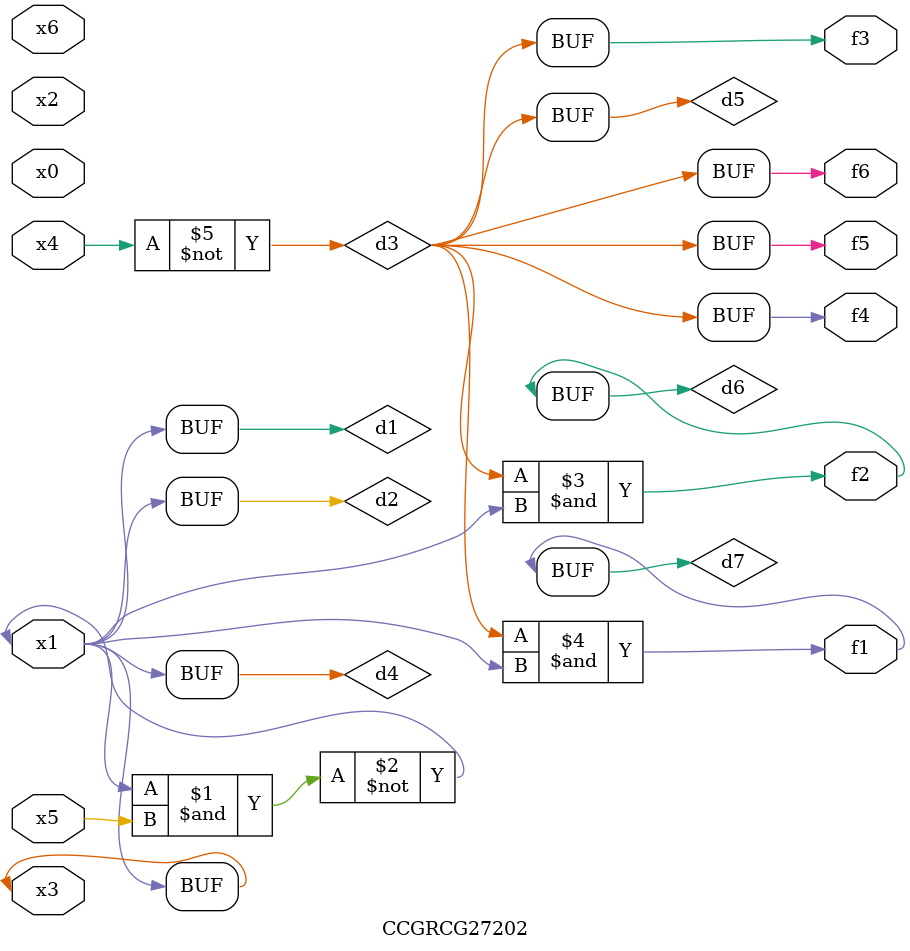
<source format=v>
module CCGRCG27202(
	input x0, x1, x2, x3, x4, x5, x6,
	output f1, f2, f3, f4, f5, f6
);

	wire d1, d2, d3, d4, d5, d6, d7;

	buf (d1, x1, x3);
	nand (d2, x1, x5);
	not (d3, x4);
	buf (d4, d1, d2);
	buf (d5, d3);
	and (d6, d3, d4);
	and (d7, d3, d4);
	assign f1 = d7;
	assign f2 = d6;
	assign f3 = d5;
	assign f4 = d5;
	assign f5 = d5;
	assign f6 = d5;
endmodule

</source>
